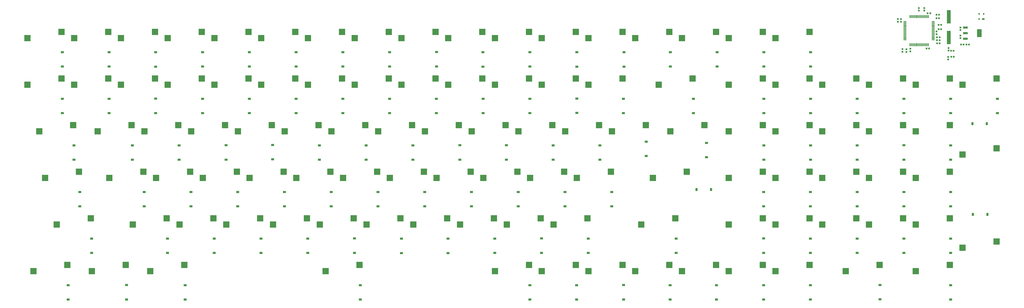
<source format=gbp>
G04*
G04 #@! TF.GenerationSoftware,Altium Limited,Altium Designer,18.1.7 (191)*
G04*
G04 Layer_Color=128*
%FSLAX25Y25*%
%MOIN*%
G70*
G01*
G75*
%ADD17R,0.02559X0.02559*%
%ADD23R,0.02559X0.02559*%
%ADD26R,0.02756X0.02913*%
%ADD67R,0.02913X0.02756*%
%ADD68R,0.03937X0.02756*%
%ADD69R,0.02362X0.02756*%
%ADD70R,0.01181X0.04724*%
%ADD71R,0.04724X0.01181*%
%ADD72R,0.04724X0.01181*%
%ADD73R,0.05906X0.21654*%
%ADD74R,0.07677X0.12598*%
%ADD75R,0.07677X0.03543*%
%ADD76R,0.10039X0.09843*%
%ADD77R,0.04724X0.03543*%
%ADD78R,0.03543X0.04724*%
D17*
X1417273Y419243D02*
D03*
Y423377D02*
D03*
X1443672Y489534D02*
D03*
Y485400D02*
D03*
X1452334Y489534D02*
D03*
Y485400D02*
D03*
D23*
X1515379Y430700D02*
D03*
X1511246D02*
D03*
X1519833Y430700D02*
D03*
X1523967D02*
D03*
X1495173Y420890D02*
D03*
X1499307D02*
D03*
X1495573Y411026D02*
D03*
X1499707D02*
D03*
X1472883Y432800D02*
D03*
X1477017D02*
D03*
D26*
X1475163Y462487D02*
D03*
X1479336D02*
D03*
X1475163Y455524D02*
D03*
X1479336D02*
D03*
X1472666Y442600D02*
D03*
X1476839D02*
D03*
X1472666Y437798D02*
D03*
X1476839D02*
D03*
X1471776Y473200D02*
D03*
X1475949D02*
D03*
X1471776Y478700D02*
D03*
X1475949D02*
D03*
X1455827Y424600D02*
D03*
X1460001D02*
D03*
X1461936Y481200D02*
D03*
X1457763D02*
D03*
D67*
X1491100Y420989D02*
D03*
Y425162D02*
D03*
X1490600Y410927D02*
D03*
Y406754D02*
D03*
X1510118Y458271D02*
D03*
Y454098D02*
D03*
Y445287D02*
D03*
Y441113D02*
D03*
X1429949Y419927D02*
D03*
Y424100D02*
D03*
X1471950Y451687D02*
D03*
Y447513D02*
D03*
X1409849Y471687D02*
D03*
Y467513D02*
D03*
X1423434Y418913D02*
D03*
Y423087D02*
D03*
X1414950Y471698D02*
D03*
Y467524D02*
D03*
D68*
X1546954Y471882D02*
D03*
D69*
X1540261D02*
D03*
Y480150D02*
D03*
X1547742D02*
D03*
D70*
X1458813Y475738D02*
D03*
X1456845D02*
D03*
X1454876D02*
D03*
X1452908D02*
D03*
X1450939D02*
D03*
X1448971D02*
D03*
X1447002D02*
D03*
X1445034D02*
D03*
X1443065D02*
D03*
X1441097D02*
D03*
X1439128D02*
D03*
X1437160D02*
D03*
X1435191D02*
D03*
X1433223D02*
D03*
X1431254D02*
D03*
X1429286D02*
D03*
Y430462D02*
D03*
X1431254D02*
D03*
X1433223D02*
D03*
X1435191D02*
D03*
X1437160D02*
D03*
X1439128D02*
D03*
X1441097D02*
D03*
X1443065D02*
D03*
X1445034D02*
D03*
X1447002D02*
D03*
X1448971D02*
D03*
X1450939D02*
D03*
X1452908D02*
D03*
X1454876D02*
D03*
X1456845D02*
D03*
X1458813D02*
D03*
D71*
X1421412Y467864D02*
D03*
Y465895D02*
D03*
Y463927D02*
D03*
Y461958D02*
D03*
Y459990D02*
D03*
Y458021D02*
D03*
Y456053D02*
D03*
Y454084D02*
D03*
Y452116D02*
D03*
Y450147D02*
D03*
Y448179D02*
D03*
Y446210D02*
D03*
Y444242D02*
D03*
Y442273D02*
D03*
Y440305D02*
D03*
Y438336D02*
D03*
D72*
X1466687D02*
D03*
Y440305D02*
D03*
Y442273D02*
D03*
Y444242D02*
D03*
Y446210D02*
D03*
Y448179D02*
D03*
Y450147D02*
D03*
Y452116D02*
D03*
Y467864D02*
D03*
Y465895D02*
D03*
Y463927D02*
D03*
Y461958D02*
D03*
Y459990D02*
D03*
Y458021D02*
D03*
Y456053D02*
D03*
Y454084D02*
D03*
D73*
X1491650Y475532D02*
D03*
Y442068D02*
D03*
D74*
X1540540Y449200D02*
D03*
D75*
X1518296Y458255D02*
D03*
Y449200D02*
D03*
Y440145D02*
D03*
D76*
X1026236Y366200D02*
D03*
X1080764Y376200D02*
D03*
X1380764Y76200D02*
D03*
X1326236Y66200D02*
D03*
X1052914Y151200D02*
D03*
X998386Y141200D02*
D03*
X491861Y66200D02*
D03*
X546389Y76200D02*
D03*
X1568264Y263700D02*
D03*
X1513736Y253700D02*
D03*
X1568264Y113700D02*
D03*
X1513736Y103700D02*
D03*
X1016861Y216200D02*
D03*
X1071389Y226200D02*
D03*
X60650Y141200D02*
D03*
X115178Y151200D02*
D03*
X41861Y216200D02*
D03*
X96389Y226200D02*
D03*
X32486Y291200D02*
D03*
X87014Y301200D02*
D03*
X1044986Y291200D02*
D03*
X1099514Y301200D02*
D03*
X77677Y76200D02*
D03*
X23149Y66200D02*
D03*
X116899D02*
D03*
X171427Y76200D02*
D03*
X265177D02*
D03*
X210649Y66200D02*
D03*
X13736Y441200D02*
D03*
X68264Y451200D02*
D03*
X88736Y441200D02*
D03*
X143264Y451200D02*
D03*
X163736Y441200D02*
D03*
X218264Y451200D02*
D03*
X238736Y441200D02*
D03*
X293264Y451200D02*
D03*
X313736Y441200D02*
D03*
X368264Y451200D02*
D03*
X388736Y441200D02*
D03*
X443264Y451200D02*
D03*
X463736Y441200D02*
D03*
X518264Y451200D02*
D03*
X538736Y441200D02*
D03*
X593264Y451200D02*
D03*
X613736Y441200D02*
D03*
X668264Y451200D02*
D03*
X688736Y441200D02*
D03*
X743264Y451200D02*
D03*
X763736Y441200D02*
D03*
X818264Y451200D02*
D03*
X838736Y441200D02*
D03*
X893264Y451200D02*
D03*
X913736Y441200D02*
D03*
X968264Y451200D02*
D03*
X988736Y441200D02*
D03*
X1043264Y451200D02*
D03*
X1063736Y441200D02*
D03*
X1118264Y451200D02*
D03*
X1138736Y441200D02*
D03*
X1193264Y451200D02*
D03*
X1213736Y441200D02*
D03*
X1268264Y451200D02*
D03*
X13736Y366200D02*
D03*
X68264Y376200D02*
D03*
X88736Y366200D02*
D03*
X143264Y376200D02*
D03*
X163736Y366200D02*
D03*
X218264Y376200D02*
D03*
X238736Y366200D02*
D03*
X293264Y376200D02*
D03*
X313736Y366200D02*
D03*
X368264Y376200D02*
D03*
X388736Y366200D02*
D03*
X443264Y376200D02*
D03*
X463736Y366200D02*
D03*
X518264Y376200D02*
D03*
X538736Y366200D02*
D03*
X593264Y376200D02*
D03*
X613736Y366200D02*
D03*
X668264Y376200D02*
D03*
X688736Y366200D02*
D03*
X743264Y376200D02*
D03*
X763736Y366200D02*
D03*
X818264Y376200D02*
D03*
X838736Y366200D02*
D03*
X893264Y376200D02*
D03*
X913736Y366200D02*
D03*
X968264Y376200D02*
D03*
X1138736Y366200D02*
D03*
X1193264Y376200D02*
D03*
X1213736Y366200D02*
D03*
X1268264Y376200D02*
D03*
X1288736Y366200D02*
D03*
X1343264Y376200D02*
D03*
X1363736Y366200D02*
D03*
X1418264Y376200D02*
D03*
X1438736Y366200D02*
D03*
X1493264Y376200D02*
D03*
X1513736Y366200D02*
D03*
X1568264Y376200D02*
D03*
X126236Y291200D02*
D03*
X180764Y301200D02*
D03*
X201236Y291200D02*
D03*
X255764Y301200D02*
D03*
X276236Y291200D02*
D03*
X330764Y301200D02*
D03*
X351236Y291200D02*
D03*
X405764Y301200D02*
D03*
X426236Y291200D02*
D03*
X480764Y301200D02*
D03*
X501236Y291200D02*
D03*
X555764Y301200D02*
D03*
X576236Y291200D02*
D03*
X630764Y301200D02*
D03*
X651236Y291200D02*
D03*
X705764Y301200D02*
D03*
X726236Y291200D02*
D03*
X780764Y301200D02*
D03*
X801236Y291200D02*
D03*
X855764Y301200D02*
D03*
X876236Y291200D02*
D03*
X930764Y301200D02*
D03*
X951236Y291200D02*
D03*
X1005764Y301200D02*
D03*
X1138736Y291200D02*
D03*
X1193264Y301200D02*
D03*
X1213736Y291200D02*
D03*
X1268264Y301200D02*
D03*
X1288736Y291200D02*
D03*
X1343264Y301200D02*
D03*
X1363736Y291200D02*
D03*
X1418264Y301200D02*
D03*
X1438736Y291200D02*
D03*
X1493264Y301200D02*
D03*
X144986Y216200D02*
D03*
X199514Y226200D02*
D03*
X219986Y216200D02*
D03*
X274514Y226200D02*
D03*
X444986Y216200D02*
D03*
X499514Y226200D02*
D03*
X519986Y216200D02*
D03*
X574514Y226200D02*
D03*
X594986Y216200D02*
D03*
X649514Y226200D02*
D03*
X669986Y216200D02*
D03*
X724514Y226200D02*
D03*
X744986Y216200D02*
D03*
X799514Y226200D02*
D03*
X819986Y216200D02*
D03*
X874514Y226200D02*
D03*
X894986Y216200D02*
D03*
X949514Y226200D02*
D03*
X1138736Y216200D02*
D03*
X1193264Y226200D02*
D03*
X1213736Y216200D02*
D03*
X1268264Y226200D02*
D03*
X1288736Y216200D02*
D03*
X1343264Y226200D02*
D03*
X1363736Y216200D02*
D03*
X1418264Y226200D02*
D03*
X1438736Y216200D02*
D03*
X1493264Y226200D02*
D03*
X294986Y216200D02*
D03*
X349514Y226200D02*
D03*
X369986Y216200D02*
D03*
X424514Y226200D02*
D03*
X182536Y141200D02*
D03*
X237064Y151200D02*
D03*
X257536Y141200D02*
D03*
X312064Y151200D02*
D03*
X332536Y141200D02*
D03*
X387064Y151200D02*
D03*
X407536Y141200D02*
D03*
X462064Y151200D02*
D03*
X482536Y141200D02*
D03*
X537064Y151200D02*
D03*
X557536Y141200D02*
D03*
X612064Y151200D02*
D03*
X632536Y141200D02*
D03*
X687064Y151200D02*
D03*
X707536Y141200D02*
D03*
X762064Y151200D02*
D03*
X782536Y141200D02*
D03*
X837064Y151200D02*
D03*
X857536Y141200D02*
D03*
X912064Y151200D02*
D03*
X1138736Y141200D02*
D03*
X1193264Y151200D02*
D03*
X1213736Y141200D02*
D03*
X1268264Y151200D02*
D03*
X1288736Y141200D02*
D03*
X1343264Y151200D02*
D03*
X1363736Y141200D02*
D03*
X1418264Y151200D02*
D03*
X1438736Y141200D02*
D03*
X1493264Y151200D02*
D03*
X763736Y66200D02*
D03*
X818264Y76200D02*
D03*
X913736Y66200D02*
D03*
X968264Y76200D02*
D03*
X988736Y66200D02*
D03*
X1043264Y76200D02*
D03*
X1063736Y66200D02*
D03*
X1118264Y76200D02*
D03*
X1138736Y66200D02*
D03*
X1193264Y76200D02*
D03*
X1213736Y66200D02*
D03*
X1268264Y76200D02*
D03*
X1438736Y66200D02*
D03*
X1493264Y76200D02*
D03*
X838736Y66200D02*
D03*
X893264Y76200D02*
D03*
D77*
X69529Y395372D02*
D03*
Y418600D02*
D03*
X144529D02*
D03*
Y395372D02*
D03*
X219400Y395286D02*
D03*
Y418514D02*
D03*
X294529Y418600D02*
D03*
Y395372D02*
D03*
X369529D02*
D03*
Y418600D02*
D03*
X444529D02*
D03*
Y395372D02*
D03*
X519529D02*
D03*
Y418600D02*
D03*
X594529D02*
D03*
Y395372D02*
D03*
X669800Y395486D02*
D03*
Y418714D02*
D03*
X744200Y418514D02*
D03*
Y395286D02*
D03*
X819529Y395372D02*
D03*
Y418600D02*
D03*
X894800Y418514D02*
D03*
Y395286D02*
D03*
X970600D02*
D03*
Y418514D02*
D03*
X1045079Y418600D02*
D03*
Y395372D02*
D03*
X1120079D02*
D03*
Y418600D02*
D03*
X1195079D02*
D03*
Y395372D02*
D03*
X1270079D02*
D03*
Y418600D02*
D03*
X69529Y343600D02*
D03*
Y320372D02*
D03*
X144529D02*
D03*
Y343600D02*
D03*
X219200Y343714D02*
D03*
Y320486D02*
D03*
X294529Y320372D02*
D03*
Y343600D02*
D03*
X369529D02*
D03*
Y320372D02*
D03*
X444529D02*
D03*
Y343600D02*
D03*
X519529D02*
D03*
Y320372D02*
D03*
X594529D02*
D03*
Y343600D02*
D03*
X669529D02*
D03*
Y320372D02*
D03*
X744529D02*
D03*
Y343600D02*
D03*
X819529D02*
D03*
Y320372D02*
D03*
X894800Y320686D02*
D03*
Y343914D02*
D03*
X969529Y343600D02*
D03*
Y320372D02*
D03*
X1082029D02*
D03*
Y343600D02*
D03*
X1195079D02*
D03*
Y320372D02*
D03*
X1270079D02*
D03*
Y343600D02*
D03*
X1344529D02*
D03*
Y320372D02*
D03*
X1419529D02*
D03*
Y343600D02*
D03*
X1494529D02*
D03*
Y320372D02*
D03*
X1569529D02*
D03*
Y343600D02*
D03*
X88279Y268600D02*
D03*
Y245372D02*
D03*
X182029D02*
D03*
Y268600D02*
D03*
X257029D02*
D03*
Y245372D02*
D03*
X332100Y245486D02*
D03*
Y268714D02*
D03*
X406900Y269214D02*
D03*
Y245986D02*
D03*
X482029Y245372D02*
D03*
Y268600D02*
D03*
X557029D02*
D03*
Y245372D02*
D03*
X631800Y245386D02*
D03*
Y268614D02*
D03*
X707100Y268714D02*
D03*
Y245486D02*
D03*
X781800D02*
D03*
Y268714D02*
D03*
X857000Y268614D02*
D03*
Y245386D02*
D03*
X932029Y245372D02*
D03*
Y268600D02*
D03*
X1006400Y274614D02*
D03*
Y251386D02*
D03*
X1102900Y249386D02*
D03*
Y272614D02*
D03*
X1195079Y268600D02*
D03*
Y245372D02*
D03*
X1270079D02*
D03*
Y268600D02*
D03*
X1344529D02*
D03*
Y245372D02*
D03*
X1419600Y245486D02*
D03*
Y268714D02*
D03*
X1494529Y268600D02*
D03*
Y245372D02*
D03*
X97654Y193600D02*
D03*
Y170372D02*
D03*
X200779D02*
D03*
Y193600D02*
D03*
X275779D02*
D03*
Y170372D02*
D03*
X350779D02*
D03*
Y193600D02*
D03*
X425779D02*
D03*
Y170372D02*
D03*
X500779D02*
D03*
Y193600D02*
D03*
X575779D02*
D03*
Y170372D02*
D03*
X650779D02*
D03*
Y193600D02*
D03*
X725779D02*
D03*
Y170372D02*
D03*
X800779D02*
D03*
Y193600D02*
D03*
X875779D02*
D03*
Y170372D02*
D03*
X950779D02*
D03*
Y193600D02*
D03*
X1194529Y170372D02*
D03*
Y193600D02*
D03*
X1269529D02*
D03*
Y170372D02*
D03*
X1344529D02*
D03*
Y193600D02*
D03*
X1419529D02*
D03*
Y170372D02*
D03*
X1494529D02*
D03*
Y193600D02*
D03*
X116443Y118600D02*
D03*
Y95372D02*
D03*
X238329D02*
D03*
Y118600D02*
D03*
X313329D02*
D03*
Y95372D02*
D03*
X388329D02*
D03*
Y118600D02*
D03*
X463329D02*
D03*
Y95372D02*
D03*
X538400Y95486D02*
D03*
Y118714D02*
D03*
X613500Y118514D02*
D03*
Y95286D02*
D03*
X688200D02*
D03*
Y118514D02*
D03*
X763329Y118600D02*
D03*
Y95372D02*
D03*
X838300Y95486D02*
D03*
Y118714D02*
D03*
X913329Y118600D02*
D03*
Y95372D02*
D03*
X1054179D02*
D03*
Y118600D02*
D03*
X1194500Y118714D02*
D03*
Y95486D02*
D03*
X1269529Y95372D02*
D03*
Y118600D02*
D03*
X1344529D02*
D03*
Y95372D02*
D03*
X1419529D02*
D03*
Y118600D02*
D03*
X1494529D02*
D03*
Y95372D02*
D03*
X78942Y43600D02*
D03*
Y20372D02*
D03*
X172700Y20486D02*
D03*
Y43714D02*
D03*
X266441Y43600D02*
D03*
Y20372D02*
D03*
X547654D02*
D03*
Y43600D02*
D03*
X819529D02*
D03*
Y20372D02*
D03*
X894529D02*
D03*
Y43600D02*
D03*
X969800Y43814D02*
D03*
Y20586D02*
D03*
X1044529Y20372D02*
D03*
Y43600D02*
D03*
X1118900Y43614D02*
D03*
Y20386D02*
D03*
X1194600D02*
D03*
Y43614D02*
D03*
X1269600D02*
D03*
Y20386D02*
D03*
X1381300Y20686D02*
D03*
Y43914D02*
D03*
X1494529Y43600D02*
D03*
Y20372D02*
D03*
D78*
X1552714Y303400D02*
D03*
X1529486D02*
D03*
X1086886Y197300D02*
D03*
X1110114D02*
D03*
X1553614Y157300D02*
D03*
X1530386D02*
D03*
M02*

</source>
